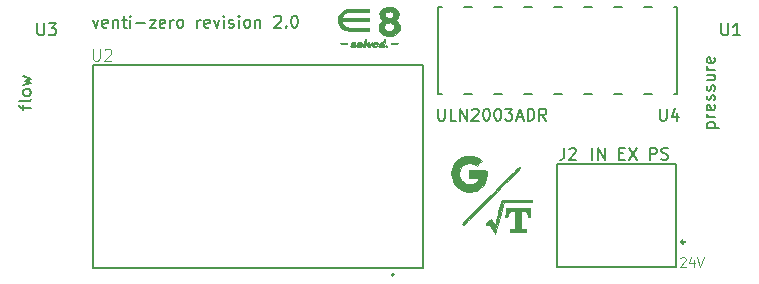
<source format=gbr>
G04 #@! TF.GenerationSoftware,KiCad,Pcbnew,(5.1.6-0-10_14)*
G04 #@! TF.CreationDate,2021-05-11T12:07:35-04:00*
G04 #@! TF.ProjectId,venti-zero,76656e74-692d-47a6-9572-6f2e6b696361,1.0*
G04 #@! TF.SameCoordinates,Original*
G04 #@! TF.FileFunction,Legend,Top*
G04 #@! TF.FilePolarity,Positive*
%FSLAX46Y46*%
G04 Gerber Fmt 4.6, Leading zero omitted, Abs format (unit mm)*
G04 Created by KiCad (PCBNEW (5.1.6-0-10_14)) date 2021-05-11 12:07:35*
%MOMM*%
%LPD*%
G01*
G04 APERTURE LIST*
%ADD10C,0.100000*%
%ADD11C,0.150000*%
%ADD12C,0.010000*%
%ADD13C,0.152400*%
%ADD14C,0.250000*%
%ADD15C,0.200000*%
%ADD16C,0.127000*%
%ADD17C,0.015000*%
G04 APERTURE END LIST*
D10*
X174689619Y-119733095D02*
X174727714Y-119695000D01*
X174803904Y-119656904D01*
X174994380Y-119656904D01*
X175070571Y-119695000D01*
X175108666Y-119733095D01*
X175146761Y-119809285D01*
X175146761Y-119885476D01*
X175108666Y-119999761D01*
X174651523Y-120456904D01*
X175146761Y-120456904D01*
X175832476Y-119923571D02*
X175832476Y-120456904D01*
X175642000Y-119618809D02*
X175451523Y-120190238D01*
X175946761Y-120190238D01*
X176137238Y-119656904D02*
X176403904Y-120456904D01*
X176670571Y-119656904D01*
D11*
X167244523Y-111403380D02*
X167244523Y-110403380D01*
X167720714Y-111403380D02*
X167720714Y-110403380D01*
X168292142Y-111403380D01*
X168292142Y-110403380D01*
X169530238Y-110879571D02*
X169863571Y-110879571D01*
X170006428Y-111403380D02*
X169530238Y-111403380D01*
X169530238Y-110403380D01*
X170006428Y-110403380D01*
X170339761Y-110403380D02*
X171006428Y-111403380D01*
X171006428Y-110403380D02*
X170339761Y-111403380D01*
X172149285Y-111403380D02*
X172149285Y-110403380D01*
X172530238Y-110403380D01*
X172625476Y-110451000D01*
X172673095Y-110498619D01*
X172720714Y-110593857D01*
X172720714Y-110736714D01*
X172673095Y-110831952D01*
X172625476Y-110879571D01*
X172530238Y-110927190D01*
X172149285Y-110927190D01*
X173101666Y-111355761D02*
X173244523Y-111403380D01*
X173482619Y-111403380D01*
X173577857Y-111355761D01*
X173625476Y-111308142D01*
X173673095Y-111212904D01*
X173673095Y-111117666D01*
X173625476Y-111022428D01*
X173577857Y-110974809D01*
X173482619Y-110927190D01*
X173292142Y-110879571D01*
X173196904Y-110831952D01*
X173149285Y-110784333D01*
X173101666Y-110689095D01*
X173101666Y-110593857D01*
X173149285Y-110498619D01*
X173196904Y-110451000D01*
X173292142Y-110403380D01*
X173530238Y-110403380D01*
X173673095Y-110451000D01*
X124955357Y-99560714D02*
X125193452Y-100227380D01*
X125431547Y-99560714D01*
X126193452Y-100179761D02*
X126098214Y-100227380D01*
X125907738Y-100227380D01*
X125812500Y-100179761D01*
X125764880Y-100084523D01*
X125764880Y-99703571D01*
X125812500Y-99608333D01*
X125907738Y-99560714D01*
X126098214Y-99560714D01*
X126193452Y-99608333D01*
X126241071Y-99703571D01*
X126241071Y-99798809D01*
X125764880Y-99894047D01*
X126669642Y-99560714D02*
X126669642Y-100227380D01*
X126669642Y-99655952D02*
X126717261Y-99608333D01*
X126812500Y-99560714D01*
X126955357Y-99560714D01*
X127050595Y-99608333D01*
X127098214Y-99703571D01*
X127098214Y-100227380D01*
X127431547Y-99560714D02*
X127812500Y-99560714D01*
X127574404Y-99227380D02*
X127574404Y-100084523D01*
X127622023Y-100179761D01*
X127717261Y-100227380D01*
X127812500Y-100227380D01*
X128145833Y-100227380D02*
X128145833Y-99560714D01*
X128145833Y-99227380D02*
X128098214Y-99275000D01*
X128145833Y-99322619D01*
X128193452Y-99275000D01*
X128145833Y-99227380D01*
X128145833Y-99322619D01*
X128622023Y-99846428D02*
X129383928Y-99846428D01*
X129764880Y-99560714D02*
X130288690Y-99560714D01*
X129764880Y-100227380D01*
X130288690Y-100227380D01*
X131050595Y-100179761D02*
X130955357Y-100227380D01*
X130764880Y-100227380D01*
X130669642Y-100179761D01*
X130622023Y-100084523D01*
X130622023Y-99703571D01*
X130669642Y-99608333D01*
X130764880Y-99560714D01*
X130955357Y-99560714D01*
X131050595Y-99608333D01*
X131098214Y-99703571D01*
X131098214Y-99798809D01*
X130622023Y-99894047D01*
X131526785Y-100227380D02*
X131526785Y-99560714D01*
X131526785Y-99751190D02*
X131574404Y-99655952D01*
X131622023Y-99608333D01*
X131717261Y-99560714D01*
X131812500Y-99560714D01*
X132288690Y-100227380D02*
X132193452Y-100179761D01*
X132145833Y-100132142D01*
X132098214Y-100036904D01*
X132098214Y-99751190D01*
X132145833Y-99655952D01*
X132193452Y-99608333D01*
X132288690Y-99560714D01*
X132431547Y-99560714D01*
X132526785Y-99608333D01*
X132574404Y-99655952D01*
X132622023Y-99751190D01*
X132622023Y-100036904D01*
X132574404Y-100132142D01*
X132526785Y-100179761D01*
X132431547Y-100227380D01*
X132288690Y-100227380D01*
X133812500Y-100227380D02*
X133812500Y-99560714D01*
X133812500Y-99751190D02*
X133860119Y-99655952D01*
X133907738Y-99608333D01*
X134002976Y-99560714D01*
X134098214Y-99560714D01*
X134812500Y-100179761D02*
X134717261Y-100227380D01*
X134526785Y-100227380D01*
X134431547Y-100179761D01*
X134383928Y-100084523D01*
X134383928Y-99703571D01*
X134431547Y-99608333D01*
X134526785Y-99560714D01*
X134717261Y-99560714D01*
X134812500Y-99608333D01*
X134860119Y-99703571D01*
X134860119Y-99798809D01*
X134383928Y-99894047D01*
X135193452Y-99560714D02*
X135431547Y-100227380D01*
X135669642Y-99560714D01*
X136050595Y-100227380D02*
X136050595Y-99560714D01*
X136050595Y-99227380D02*
X136002976Y-99275000D01*
X136050595Y-99322619D01*
X136098214Y-99275000D01*
X136050595Y-99227380D01*
X136050595Y-99322619D01*
X136479166Y-100179761D02*
X136574404Y-100227380D01*
X136764880Y-100227380D01*
X136860119Y-100179761D01*
X136907738Y-100084523D01*
X136907738Y-100036904D01*
X136860119Y-99941666D01*
X136764880Y-99894047D01*
X136622023Y-99894047D01*
X136526785Y-99846428D01*
X136479166Y-99751190D01*
X136479166Y-99703571D01*
X136526785Y-99608333D01*
X136622023Y-99560714D01*
X136764880Y-99560714D01*
X136860119Y-99608333D01*
X137336309Y-100227380D02*
X137336309Y-99560714D01*
X137336309Y-99227380D02*
X137288690Y-99275000D01*
X137336309Y-99322619D01*
X137383928Y-99275000D01*
X137336309Y-99227380D01*
X137336309Y-99322619D01*
X137955357Y-100227380D02*
X137860119Y-100179761D01*
X137812500Y-100132142D01*
X137764880Y-100036904D01*
X137764880Y-99751190D01*
X137812500Y-99655952D01*
X137860119Y-99608333D01*
X137955357Y-99560714D01*
X138098214Y-99560714D01*
X138193452Y-99608333D01*
X138241071Y-99655952D01*
X138288690Y-99751190D01*
X138288690Y-100036904D01*
X138241071Y-100132142D01*
X138193452Y-100179761D01*
X138098214Y-100227380D01*
X137955357Y-100227380D01*
X138717261Y-99560714D02*
X138717261Y-100227380D01*
X138717261Y-99655952D02*
X138764880Y-99608333D01*
X138860119Y-99560714D01*
X139002976Y-99560714D01*
X139098214Y-99608333D01*
X139145833Y-99703571D01*
X139145833Y-100227380D01*
X140336309Y-99322619D02*
X140383928Y-99275000D01*
X140479166Y-99227380D01*
X140717261Y-99227380D01*
X140812500Y-99275000D01*
X140860119Y-99322619D01*
X140907738Y-99417857D01*
X140907738Y-99513095D01*
X140860119Y-99655952D01*
X140288690Y-100227380D01*
X140907738Y-100227380D01*
X141336309Y-100132142D02*
X141383928Y-100179761D01*
X141336309Y-100227380D01*
X141288690Y-100179761D01*
X141336309Y-100132142D01*
X141336309Y-100227380D01*
X142002976Y-99227380D02*
X142098214Y-99227380D01*
X142193452Y-99275000D01*
X142241071Y-99322619D01*
X142288690Y-99417857D01*
X142336309Y-99608333D01*
X142336309Y-99846428D01*
X142288690Y-100036904D01*
X142241071Y-100132142D01*
X142193452Y-100179761D01*
X142098214Y-100227380D01*
X142002976Y-100227380D01*
X141907738Y-100179761D01*
X141860119Y-100132142D01*
X141812500Y-100036904D01*
X141764880Y-99846428D01*
X141764880Y-99608333D01*
X141812500Y-99417857D01*
X141860119Y-99322619D01*
X141907738Y-99275000D01*
X142002976Y-99227380D01*
D12*
G36*
X162180000Y-115015000D02*
G01*
X159770280Y-115015000D01*
X159711787Y-115216083D01*
X159685130Y-115310083D01*
X159639741Y-115472767D01*
X159579212Y-115691150D01*
X159507135Y-115952244D01*
X159427101Y-116243065D01*
X159342987Y-116549583D01*
X159261079Y-116844361D01*
X159184936Y-117110559D01*
X159117710Y-117337773D01*
X159062555Y-117515599D01*
X159022622Y-117633633D01*
X159001062Y-117681469D01*
X158999911Y-117682000D01*
X158969782Y-117646044D01*
X158913279Y-117548593D01*
X158838969Y-117405274D01*
X158769170Y-117261119D01*
X158682160Y-117077628D01*
X158621717Y-116959495D01*
X158578386Y-116895462D01*
X158542711Y-116874265D01*
X158505236Y-116884645D01*
X158470927Y-116905940D01*
X158366226Y-116947305D01*
X158282325Y-116934318D01*
X158243481Y-116871719D01*
X158243000Y-116861429D01*
X158273570Y-116810631D01*
X158351176Y-116728241D01*
X158454659Y-116632846D01*
X158562860Y-116543035D01*
X158654619Y-116477395D01*
X158706412Y-116454333D01*
X158737860Y-116489565D01*
X158792436Y-116581942D01*
X158858337Y-116711481D01*
X158858482Y-116711784D01*
X158921855Y-116831558D01*
X158972633Y-116904083D01*
X159000424Y-116914718D01*
X159001206Y-116912867D01*
X159017607Y-116857898D01*
X159053331Y-116733112D01*
X159105058Y-116550278D01*
X159169469Y-116321161D01*
X159243244Y-116057528D01*
X159303762Y-115840500D01*
X159586644Y-114824500D01*
X160883322Y-114813304D01*
X162180000Y-114802109D01*
X162180000Y-115015000D01*
G37*
X162180000Y-115015000D02*
X159770280Y-115015000D01*
X159711787Y-115216083D01*
X159685130Y-115310083D01*
X159639741Y-115472767D01*
X159579212Y-115691150D01*
X159507135Y-115952244D01*
X159427101Y-116243065D01*
X159342987Y-116549583D01*
X159261079Y-116844361D01*
X159184936Y-117110559D01*
X159117710Y-117337773D01*
X159062555Y-117515599D01*
X159022622Y-117633633D01*
X159001062Y-117681469D01*
X158999911Y-117682000D01*
X158969782Y-117646044D01*
X158913279Y-117548593D01*
X158838969Y-117405274D01*
X158769170Y-117261119D01*
X158682160Y-117077628D01*
X158621717Y-116959495D01*
X158578386Y-116895462D01*
X158542711Y-116874265D01*
X158505236Y-116884645D01*
X158470927Y-116905940D01*
X158366226Y-116947305D01*
X158282325Y-116934318D01*
X158243481Y-116871719D01*
X158243000Y-116861429D01*
X158273570Y-116810631D01*
X158351176Y-116728241D01*
X158454659Y-116632846D01*
X158562860Y-116543035D01*
X158654619Y-116477395D01*
X158706412Y-116454333D01*
X158737860Y-116489565D01*
X158792436Y-116581942D01*
X158858337Y-116711481D01*
X158858482Y-116711784D01*
X158921855Y-116831558D01*
X158972633Y-116904083D01*
X159000424Y-116914718D01*
X159001206Y-116912867D01*
X159017607Y-116857898D01*
X159053331Y-116733112D01*
X159105058Y-116550278D01*
X159169469Y-116321161D01*
X159243244Y-116057528D01*
X159303762Y-115840500D01*
X159586644Y-114824500D01*
X160883322Y-114813304D01*
X162180000Y-114802109D01*
X162180000Y-115015000D01*
G36*
X161286526Y-115481792D02*
G01*
X161540156Y-115485452D01*
X161724955Y-115492068D01*
X161848826Y-115502064D01*
X161919673Y-115515861D01*
X161945312Y-115533583D01*
X161956192Y-115598424D01*
X161970366Y-115723893D01*
X161985231Y-115886158D01*
X161989226Y-115935750D01*
X162016485Y-116285000D01*
X161908242Y-116285000D01*
X161837521Y-116273954D01*
X161798341Y-116225594D01*
X161773171Y-116117088D01*
X161771526Y-116106935D01*
X161709476Y-115917261D01*
X161595986Y-115793351D01*
X161433683Y-115737689D01*
X161377590Y-115734666D01*
X161206333Y-115734666D01*
X161206333Y-117301000D01*
X161418000Y-117301000D01*
X161543622Y-117304431D01*
X161606291Y-117321942D01*
X161627661Y-117364359D01*
X161629666Y-117406833D01*
X161629666Y-117512666D01*
X160275000Y-117512666D01*
X160275000Y-117406833D01*
X160281862Y-117344022D01*
X160316885Y-117312687D01*
X160401719Y-117302002D01*
X160486666Y-117301000D01*
X160698333Y-117301000D01*
X160698333Y-115734666D01*
X160534709Y-115734666D01*
X160348820Y-115768369D01*
X160215566Y-115868127D01*
X160137252Y-116031913D01*
X160124445Y-116095670D01*
X160100879Y-116213556D01*
X160066577Y-116269165D01*
X160005748Y-116284733D01*
X159990019Y-116285000D01*
X159883985Y-116285000D01*
X159914571Y-115914583D01*
X159930385Y-115744700D01*
X159946449Y-115607896D01*
X159960123Y-115525498D01*
X159964410Y-115512416D01*
X160010436Y-115503362D01*
X160128988Y-115495313D01*
X160307927Y-115488658D01*
X160535115Y-115483786D01*
X160798413Y-115481085D01*
X160956160Y-115480666D01*
X161286526Y-115481792D01*
G37*
X161286526Y-115481792D02*
X161540156Y-115485452D01*
X161724955Y-115492068D01*
X161848826Y-115502064D01*
X161919673Y-115515861D01*
X161945312Y-115533583D01*
X161956192Y-115598424D01*
X161970366Y-115723893D01*
X161985231Y-115886158D01*
X161989226Y-115935750D01*
X162016485Y-116285000D01*
X161908242Y-116285000D01*
X161837521Y-116273954D01*
X161798341Y-116225594D01*
X161773171Y-116117088D01*
X161771526Y-116106935D01*
X161709476Y-115917261D01*
X161595986Y-115793351D01*
X161433683Y-115737689D01*
X161377590Y-115734666D01*
X161206333Y-115734666D01*
X161206333Y-117301000D01*
X161418000Y-117301000D01*
X161543622Y-117304431D01*
X161606291Y-117321942D01*
X161627661Y-117364359D01*
X161629666Y-117406833D01*
X161629666Y-117512666D01*
X160275000Y-117512666D01*
X160275000Y-117406833D01*
X160281862Y-117344022D01*
X160316885Y-117312687D01*
X160401719Y-117302002D01*
X160486666Y-117301000D01*
X160698333Y-117301000D01*
X160698333Y-115734666D01*
X160534709Y-115734666D01*
X160348820Y-115768369D01*
X160215566Y-115868127D01*
X160137252Y-116031913D01*
X160124445Y-116095670D01*
X160100879Y-116213556D01*
X160066577Y-116269165D01*
X160005748Y-116284733D01*
X159990019Y-116285000D01*
X159883985Y-116285000D01*
X159914571Y-115914583D01*
X159930385Y-115744700D01*
X159946449Y-115607896D01*
X159960123Y-115525498D01*
X159964410Y-115512416D01*
X160010436Y-115503362D01*
X160128988Y-115495313D01*
X160307927Y-115488658D01*
X160535115Y-115483786D01*
X160798413Y-115481085D01*
X160956160Y-115480666D01*
X161286526Y-115481792D01*
G36*
X161138549Y-112011319D02*
G01*
X161151858Y-112021382D01*
X161162971Y-112036953D01*
X161165376Y-112057823D01*
X161155372Y-112087928D01*
X161129257Y-112131200D01*
X161083329Y-112191575D01*
X161013888Y-112272987D01*
X160917231Y-112379369D01*
X160789656Y-112514657D01*
X160627462Y-112682785D01*
X160426947Y-112887686D01*
X160184410Y-113133296D01*
X159896149Y-113423547D01*
X159558463Y-113762376D01*
X159167649Y-114153715D01*
X158792646Y-114528853D01*
X158416247Y-114904974D01*
X158057012Y-115263320D01*
X157719442Y-115599438D01*
X157408039Y-115908875D01*
X157127305Y-116187178D01*
X156881740Y-116429893D01*
X156675848Y-116632567D01*
X156514130Y-116790746D01*
X156401087Y-116899977D01*
X156341221Y-116955807D01*
X156332738Y-116962333D01*
X156287096Y-116933746D01*
X156250905Y-116895907D01*
X156246853Y-116877825D01*
X156258487Y-116846858D01*
X156289388Y-116799241D01*
X156343135Y-116731214D01*
X156423309Y-116639011D01*
X156533492Y-116518871D01*
X156677264Y-116367030D01*
X156858204Y-116179725D01*
X157079895Y-115953193D01*
X157345916Y-115683671D01*
X157659849Y-115367396D01*
X158025273Y-115000606D01*
X158445770Y-114579536D01*
X158636821Y-114388436D01*
X159076389Y-113949003D01*
X159460113Y-113565838D01*
X159791920Y-113235246D01*
X160075738Y-112953529D01*
X160315494Y-112716992D01*
X160515115Y-112521937D01*
X160678530Y-112364669D01*
X160809665Y-112241491D01*
X160912449Y-112148707D01*
X160990808Y-112082621D01*
X161048670Y-112039535D01*
X161089962Y-112015753D01*
X161118613Y-112007580D01*
X161138549Y-112011319D01*
G37*
X161138549Y-112011319D02*
X161151858Y-112021382D01*
X161162971Y-112036953D01*
X161165376Y-112057823D01*
X161155372Y-112087928D01*
X161129257Y-112131200D01*
X161083329Y-112191575D01*
X161013888Y-112272987D01*
X160917231Y-112379369D01*
X160789656Y-112514657D01*
X160627462Y-112682785D01*
X160426947Y-112887686D01*
X160184410Y-113133296D01*
X159896149Y-113423547D01*
X159558463Y-113762376D01*
X159167649Y-114153715D01*
X158792646Y-114528853D01*
X158416247Y-114904974D01*
X158057012Y-115263320D01*
X157719442Y-115599438D01*
X157408039Y-115908875D01*
X157127305Y-116187178D01*
X156881740Y-116429893D01*
X156675848Y-116632567D01*
X156514130Y-116790746D01*
X156401087Y-116899977D01*
X156341221Y-116955807D01*
X156332738Y-116962333D01*
X156287096Y-116933746D01*
X156250905Y-116895907D01*
X156246853Y-116877825D01*
X156258487Y-116846858D01*
X156289388Y-116799241D01*
X156343135Y-116731214D01*
X156423309Y-116639011D01*
X156533492Y-116518871D01*
X156677264Y-116367030D01*
X156858204Y-116179725D01*
X157079895Y-115953193D01*
X157345916Y-115683671D01*
X157659849Y-115367396D01*
X158025273Y-115000606D01*
X158445770Y-114579536D01*
X158636821Y-114388436D01*
X159076389Y-113949003D01*
X159460113Y-113565838D01*
X159791920Y-113235246D01*
X160075738Y-112953529D01*
X160315494Y-112716992D01*
X160515115Y-112521937D01*
X160678530Y-112364669D01*
X160809665Y-112241491D01*
X160912449Y-112148707D01*
X160990808Y-112082621D01*
X161048670Y-112039535D01*
X161089962Y-112015753D01*
X161118613Y-112007580D01*
X161138549Y-112011319D01*
G36*
X157126126Y-111096950D02*
G01*
X157417951Y-111163511D01*
X157668031Y-111289351D01*
X157768156Y-111364495D01*
X157907145Y-111480281D01*
X157679704Y-111704897D01*
X157452262Y-111929513D01*
X157244381Y-111817834D01*
X157096829Y-111749347D01*
X156964252Y-111720927D01*
X156798678Y-111722484D01*
X156792863Y-111722877D01*
X156538384Y-111776874D01*
X156327425Y-111892409D01*
X156163415Y-112056451D01*
X156049781Y-112255966D01*
X155989951Y-112477920D01*
X155987352Y-112709282D01*
X156045411Y-112937018D01*
X156167557Y-113148095D01*
X156357218Y-113329480D01*
X156368266Y-113337347D01*
X156584276Y-113443559D01*
X156820082Y-113483921D01*
X157056947Y-113461993D01*
X157276135Y-113381333D01*
X157458910Y-113245499D01*
X157560037Y-113110965D01*
X157655750Y-112940666D01*
X156846000Y-112940666D01*
X156846000Y-112305666D01*
X157561137Y-112305666D01*
X157833035Y-112305680D01*
X158031732Y-112309041D01*
X158168677Y-112320725D01*
X158255319Y-112345711D01*
X158303108Y-112388975D01*
X158323494Y-112455496D01*
X158327926Y-112550251D01*
X158327666Y-112638901D01*
X158289780Y-112997153D01*
X158179930Y-113324610D01*
X158003825Y-113611414D01*
X157767176Y-113847708D01*
X157544825Y-113990306D01*
X157422586Y-114045798D01*
X157299230Y-114080944D01*
X157147251Y-114101208D01*
X156939140Y-114112057D01*
X156930666Y-114112328D01*
X156660222Y-114111235D01*
X156447973Y-114090155D01*
X156351723Y-114067400D01*
X156057266Y-113929538D01*
X155791499Y-113724680D01*
X155572218Y-113469797D01*
X155417218Y-113181856D01*
X155413845Y-113173138D01*
X155339677Y-112881762D01*
X155319694Y-112559963D01*
X155353875Y-112242358D01*
X155414527Y-112029077D01*
X155550143Y-111772607D01*
X155746267Y-111530100D01*
X155979526Y-111327015D01*
X156158249Y-111219053D01*
X156303194Y-111156585D01*
X156446459Y-111117663D01*
X156619772Y-111095506D01*
X156780129Y-111086165D01*
X157126126Y-111096950D01*
G37*
X157126126Y-111096950D02*
X157417951Y-111163511D01*
X157668031Y-111289351D01*
X157768156Y-111364495D01*
X157907145Y-111480281D01*
X157679704Y-111704897D01*
X157452262Y-111929513D01*
X157244381Y-111817834D01*
X157096829Y-111749347D01*
X156964252Y-111720927D01*
X156798678Y-111722484D01*
X156792863Y-111722877D01*
X156538384Y-111776874D01*
X156327425Y-111892409D01*
X156163415Y-112056451D01*
X156049781Y-112255966D01*
X155989951Y-112477920D01*
X155987352Y-112709282D01*
X156045411Y-112937018D01*
X156167557Y-113148095D01*
X156357218Y-113329480D01*
X156368266Y-113337347D01*
X156584276Y-113443559D01*
X156820082Y-113483921D01*
X157056947Y-113461993D01*
X157276135Y-113381333D01*
X157458910Y-113245499D01*
X157560037Y-113110965D01*
X157655750Y-112940666D01*
X156846000Y-112940666D01*
X156846000Y-112305666D01*
X157561137Y-112305666D01*
X157833035Y-112305680D01*
X158031732Y-112309041D01*
X158168677Y-112320725D01*
X158255319Y-112345711D01*
X158303108Y-112388975D01*
X158323494Y-112455496D01*
X158327926Y-112550251D01*
X158327666Y-112638901D01*
X158289780Y-112997153D01*
X158179930Y-113324610D01*
X158003825Y-113611414D01*
X157767176Y-113847708D01*
X157544825Y-113990306D01*
X157422586Y-114045798D01*
X157299230Y-114080944D01*
X157147251Y-114101208D01*
X156939140Y-114112057D01*
X156930666Y-114112328D01*
X156660222Y-114111235D01*
X156447973Y-114090155D01*
X156351723Y-114067400D01*
X156057266Y-113929538D01*
X155791499Y-113724680D01*
X155572218Y-113469797D01*
X155417218Y-113181856D01*
X155413845Y-113173138D01*
X155339677Y-112881762D01*
X155319694Y-112559963D01*
X155353875Y-112242358D01*
X155414527Y-112029077D01*
X155550143Y-111772607D01*
X155746267Y-111530100D01*
X155979526Y-111327015D01*
X156158249Y-111219053D01*
X156303194Y-111156585D01*
X156446459Y-111117663D01*
X156619772Y-111095506D01*
X156780129Y-111086165D01*
X157126126Y-111096950D01*
G36*
X147160485Y-101483888D02*
G01*
X147194000Y-101531833D01*
X147171829Y-101589477D01*
X147113103Y-101576287D01*
X147075467Y-101544533D01*
X147034197Y-101518702D01*
X147024667Y-101560762D01*
X147060311Y-101623868D01*
X147112682Y-101650808D01*
X147180071Y-101696361D01*
X147186765Y-101772162D01*
X147162809Y-101838005D01*
X147099185Y-101870705D01*
X147001964Y-101883075D01*
X146886964Y-101884169D01*
X146810834Y-101871415D01*
X146800881Y-101865436D01*
X146769114Y-101805660D01*
X146809275Y-101774885D01*
X146897667Y-101779483D01*
X146995137Y-101784668D01*
X147021857Y-101759688D01*
X146972747Y-101722428D01*
X146918833Y-101704949D01*
X146831659Y-101659539D01*
X146812656Y-101596733D01*
X146852395Y-101533001D01*
X146941449Y-101484809D01*
X147054300Y-101468333D01*
X147160485Y-101483888D01*
G37*
X147160485Y-101483888D02*
X147194000Y-101531833D01*
X147171829Y-101589477D01*
X147113103Y-101576287D01*
X147075467Y-101544533D01*
X147034197Y-101518702D01*
X147024667Y-101560762D01*
X147060311Y-101623868D01*
X147112682Y-101650808D01*
X147180071Y-101696361D01*
X147186765Y-101772162D01*
X147162809Y-101838005D01*
X147099185Y-101870705D01*
X147001964Y-101883075D01*
X146886964Y-101884169D01*
X146810834Y-101871415D01*
X146800881Y-101865436D01*
X146769114Y-101805660D01*
X146809275Y-101774885D01*
X146897667Y-101779483D01*
X146995137Y-101784668D01*
X147021857Y-101759688D01*
X146972747Y-101722428D01*
X146918833Y-101704949D01*
X146831659Y-101659539D01*
X146812656Y-101596733D01*
X146852395Y-101533001D01*
X146941449Y-101484809D01*
X147054300Y-101468333D01*
X147160485Y-101483888D01*
G36*
X147711731Y-101515728D02*
G01*
X147775242Y-101596835D01*
X147763425Y-101711756D01*
X147743003Y-101754448D01*
X147662512Y-101845964D01*
X147539483Y-101882252D01*
X147531155Y-101883018D01*
X147416729Y-101877320D01*
X147335653Y-101846627D01*
X147331402Y-101842802D01*
X147277553Y-101742021D01*
X147449468Y-101742021D01*
X147467852Y-101793493D01*
X147500917Y-101796684D01*
X147539599Y-101746790D01*
X147563881Y-101647954D01*
X147565163Y-101634406D01*
X147569751Y-101541561D01*
X147556672Y-101522239D01*
X147516900Y-101565739D01*
X147512246Y-101571674D01*
X147464715Y-101659157D01*
X147449468Y-101742021D01*
X147277553Y-101742021D01*
X147277089Y-101741154D01*
X147290704Y-101634541D01*
X147359136Y-101542517D01*
X147469273Y-101484640D01*
X147577354Y-101475939D01*
X147711731Y-101515728D01*
G37*
X147711731Y-101515728D02*
X147775242Y-101596835D01*
X147763425Y-101711756D01*
X147743003Y-101754448D01*
X147662512Y-101845964D01*
X147539483Y-101882252D01*
X147531155Y-101883018D01*
X147416729Y-101877320D01*
X147335653Y-101846627D01*
X147331402Y-101842802D01*
X147277553Y-101742021D01*
X147449468Y-101742021D01*
X147467852Y-101793493D01*
X147500917Y-101796684D01*
X147539599Y-101746790D01*
X147563881Y-101647954D01*
X147565163Y-101634406D01*
X147569751Y-101541561D01*
X147556672Y-101522239D01*
X147516900Y-101565739D01*
X147512246Y-101571674D01*
X147464715Y-101659157D01*
X147449468Y-101742021D01*
X147277553Y-101742021D01*
X147277089Y-101741154D01*
X147290704Y-101634541D01*
X147359136Y-101542517D01*
X147469273Y-101484640D01*
X147577354Y-101475939D01*
X147711731Y-101515728D01*
G36*
X148100062Y-101223699D02*
G01*
X148117737Y-101266657D01*
X148108880Y-101365493D01*
X148104479Y-101394250D01*
X148064305Y-101618528D01*
X148024336Y-101768856D01*
X147980468Y-101855839D01*
X147928598Y-101890084D01*
X147912035Y-101891667D01*
X147844102Y-101875819D01*
X147829000Y-101854526D01*
X147837773Y-101797496D01*
X147860889Y-101681900D01*
X147893540Y-101531643D01*
X147897093Y-101515859D01*
X147937032Y-101356001D01*
X147972474Y-101263475D01*
X148011667Y-101221911D01*
X148048981Y-101214333D01*
X148100062Y-101223699D01*
G37*
X148100062Y-101223699D02*
X148117737Y-101266657D01*
X148108880Y-101365493D01*
X148104479Y-101394250D01*
X148064305Y-101618528D01*
X148024336Y-101768856D01*
X147980468Y-101855839D01*
X147928598Y-101890084D01*
X147912035Y-101891667D01*
X147844102Y-101875819D01*
X147829000Y-101854526D01*
X147837773Y-101797496D01*
X147860889Y-101681900D01*
X147893540Y-101531643D01*
X147897093Y-101515859D01*
X147937032Y-101356001D01*
X147972474Y-101263475D01*
X148011667Y-101221911D01*
X148048981Y-101214333D01*
X148100062Y-101223699D01*
G36*
X148344834Y-101483463D02*
G01*
X148378596Y-101545200D01*
X148387339Y-101605917D01*
X148400709Y-101743500D01*
X148475775Y-101605917D01*
X148543625Y-101500119D01*
X148584820Y-101468539D01*
X148593954Y-101503435D01*
X148565625Y-101597069D01*
X148527500Y-101680000D01*
X148452742Y-101809630D01*
X148387405Y-101874746D01*
X148320057Y-101891667D01*
X148228195Y-101859661D01*
X148194349Y-101796417D01*
X148174183Y-101677996D01*
X148168245Y-101584750D01*
X148181873Y-101498842D01*
X148238766Y-101469754D01*
X148270818Y-101468333D01*
X148344834Y-101483463D01*
G37*
X148344834Y-101483463D02*
X148378596Y-101545200D01*
X148387339Y-101605917D01*
X148400709Y-101743500D01*
X148475775Y-101605917D01*
X148543625Y-101500119D01*
X148584820Y-101468539D01*
X148593954Y-101503435D01*
X148565625Y-101597069D01*
X148527500Y-101680000D01*
X148452742Y-101809630D01*
X148387405Y-101874746D01*
X148320057Y-101891667D01*
X148228195Y-101859661D01*
X148194349Y-101796417D01*
X148174183Y-101677996D01*
X148168245Y-101584750D01*
X148181873Y-101498842D01*
X148238766Y-101469754D01*
X148270818Y-101468333D01*
X148344834Y-101483463D01*
G36*
X149036219Y-101480082D02*
G01*
X149108277Y-101521951D01*
X149115775Y-101535653D01*
X149121692Y-101628453D01*
X149057475Y-101675837D01*
X149015798Y-101680000D01*
X148958695Y-101658512D01*
X148959734Y-101595333D01*
X148960954Y-101525704D01*
X148926333Y-101514281D01*
X148877057Y-101556690D01*
X148843952Y-101619256D01*
X148808315Y-101732872D01*
X148821652Y-101785553D01*
X148894483Y-101791793D01*
X148961417Y-101781111D01*
X149060681Y-101765549D01*
X149091660Y-101774432D01*
X149068640Y-101813497D01*
X149062066Y-101821526D01*
X148974118Y-101872883D01*
X148850614Y-101890125D01*
X148733851Y-101871089D01*
X148684133Y-101840867D01*
X148637243Y-101741014D01*
X148652298Y-101623769D01*
X148710750Y-101538394D01*
X148805452Y-101488520D01*
X148924609Y-101469010D01*
X149036219Y-101480082D01*
G37*
X149036219Y-101480082D02*
X149108277Y-101521951D01*
X149115775Y-101535653D01*
X149121692Y-101628453D01*
X149057475Y-101675837D01*
X149015798Y-101680000D01*
X148958695Y-101658512D01*
X148959734Y-101595333D01*
X148960954Y-101525704D01*
X148926333Y-101514281D01*
X148877057Y-101556690D01*
X148843952Y-101619256D01*
X148808315Y-101732872D01*
X148821652Y-101785553D01*
X148894483Y-101791793D01*
X148961417Y-101781111D01*
X149060681Y-101765549D01*
X149091660Y-101774432D01*
X149068640Y-101813497D01*
X149062066Y-101821526D01*
X148974118Y-101872883D01*
X148850614Y-101890125D01*
X148733851Y-101871089D01*
X148684133Y-101840867D01*
X148637243Y-101741014D01*
X148652298Y-101623769D01*
X148710750Y-101538394D01*
X148805452Y-101488520D01*
X148924609Y-101469010D01*
X149036219Y-101480082D01*
G36*
X149695121Y-101215324D02*
G01*
X149719773Y-101227918D01*
X149727809Y-101266546D01*
X149719267Y-101345641D01*
X149694186Y-101479635D01*
X149655040Y-101671095D01*
X149622481Y-101806874D01*
X149589019Y-101874111D01*
X149543055Y-101888252D01*
X149500970Y-101876282D01*
X149458014Y-101838203D01*
X149453114Y-101756731D01*
X149462543Y-101696281D01*
X149475307Y-101595401D01*
X149459220Y-101559295D01*
X149432815Y-101562539D01*
X149390533Y-101619727D01*
X149378995Y-101737310D01*
X149372945Y-101843553D01*
X149339810Y-101887124D01*
X149310095Y-101891667D01*
X149222532Y-101861154D01*
X149181979Y-101826133D01*
X149152016Y-101766632D01*
X149165031Y-101689007D01*
X149197277Y-101614466D01*
X149260385Y-101512951D01*
X149336038Y-101472518D01*
X149389357Y-101468333D01*
X149480545Y-101453537D01*
X149524571Y-101391857D01*
X149537150Y-101341333D01*
X149574695Y-101245439D01*
X149644684Y-101214548D01*
X149653814Y-101214333D01*
X149695121Y-101215324D01*
G37*
X149695121Y-101215324D02*
X149719773Y-101227918D01*
X149727809Y-101266546D01*
X149719267Y-101345641D01*
X149694186Y-101479635D01*
X149655040Y-101671095D01*
X149622481Y-101806874D01*
X149589019Y-101874111D01*
X149543055Y-101888252D01*
X149500970Y-101876282D01*
X149458014Y-101838203D01*
X149453114Y-101756731D01*
X149462543Y-101696281D01*
X149475307Y-101595401D01*
X149459220Y-101559295D01*
X149432815Y-101562539D01*
X149390533Y-101619727D01*
X149378995Y-101737310D01*
X149372945Y-101843553D01*
X149339810Y-101887124D01*
X149310095Y-101891667D01*
X149222532Y-101861154D01*
X149181979Y-101826133D01*
X149152016Y-101766632D01*
X149165031Y-101689007D01*
X149197277Y-101614466D01*
X149260385Y-101512951D01*
X149336038Y-101472518D01*
X149389357Y-101468333D01*
X149480545Y-101453537D01*
X149524571Y-101391857D01*
X149537150Y-101341333D01*
X149574695Y-101245439D01*
X149644684Y-101214548D01*
X149653814Y-101214333D01*
X149695121Y-101215324D01*
G36*
X149884494Y-101748941D02*
G01*
X149894811Y-101806940D01*
X149855595Y-101863594D01*
X149807597Y-101883701D01*
X149747340Y-101868103D01*
X149734000Y-101810104D01*
X149761891Y-101737729D01*
X149821771Y-101722333D01*
X149884494Y-101748941D01*
G37*
X149884494Y-101748941D02*
X149894811Y-101806940D01*
X149855595Y-101863594D01*
X149807597Y-101883701D01*
X149747340Y-101868103D01*
X149734000Y-101810104D01*
X149761891Y-101737729D01*
X149821771Y-101722333D01*
X149884494Y-101748941D01*
G36*
X146361264Y-101560052D02*
G01*
X146444129Y-101564177D01*
X146492970Y-101570109D01*
X146464881Y-101574962D01*
X146367599Y-101578253D01*
X146208858Y-101579498D01*
X146199167Y-101579498D01*
X146040009Y-101578264D01*
X145944434Y-101575024D01*
X145919303Y-101570259D01*
X145971477Y-101564453D01*
X145978462Y-101564003D01*
X146165196Y-101557974D01*
X146361264Y-101560052D01*
G37*
X146361264Y-101560052D02*
X146444129Y-101564177D01*
X146492970Y-101570109D01*
X146464881Y-101574962D01*
X146367599Y-101578253D01*
X146208858Y-101579498D01*
X146199167Y-101579498D01*
X146040009Y-101578264D01*
X145944434Y-101575024D01*
X145919303Y-101570259D01*
X145971477Y-101564453D01*
X145978462Y-101564003D01*
X146165196Y-101557974D01*
X146361264Y-101560052D01*
G36*
X150636930Y-101560052D02*
G01*
X150719796Y-101564177D01*
X150768636Y-101570109D01*
X150740548Y-101574962D01*
X150643265Y-101578253D01*
X150484524Y-101579498D01*
X150474833Y-101579498D01*
X150315675Y-101578264D01*
X150220100Y-101575024D01*
X150194969Y-101570259D01*
X150247144Y-101564453D01*
X150254129Y-101564003D01*
X150440862Y-101557974D01*
X150636930Y-101560052D01*
G37*
X150636930Y-101560052D02*
X150719796Y-101564177D01*
X150768636Y-101570109D01*
X150740548Y-101574962D01*
X150643265Y-101578253D01*
X150484524Y-101579498D01*
X150474833Y-101579498D01*
X150315675Y-101578264D01*
X150220100Y-101575024D01*
X150194969Y-101570259D01*
X150247144Y-101564453D01*
X150254129Y-101564003D01*
X150440862Y-101557974D01*
X150636930Y-101560052D01*
G36*
X150311861Y-98490879D02*
G01*
X150532177Y-98572496D01*
X150706760Y-98697826D01*
X150744886Y-98740947D01*
X150832027Y-98906682D01*
X150862777Y-99092769D01*
X150839201Y-99275047D01*
X150763368Y-99429353D01*
X150679209Y-99508503D01*
X150573640Y-99577674D01*
X150704197Y-99699690D01*
X150865686Y-99896615D01*
X150946893Y-100105737D01*
X150946936Y-100319072D01*
X150864931Y-100528638D01*
X150805306Y-100614245D01*
X150617489Y-100786243D01*
X150383217Y-100903257D01*
X150124437Y-100960200D01*
X149863095Y-100951984D01*
X149642169Y-100883885D01*
X149435329Y-100758244D01*
X149286735Y-100596778D01*
X149221495Y-100485770D01*
X149150790Y-100266968D01*
X149161868Y-100091136D01*
X149617312Y-100091136D01*
X149626943Y-100245511D01*
X149712513Y-100393988D01*
X149730743Y-100413256D01*
X149887497Y-100515884D01*
X150064758Y-100544380D01*
X150242078Y-100498714D01*
X150364523Y-100414182D01*
X150462145Y-100280011D01*
X150487655Y-100141901D01*
X150452168Y-100011452D01*
X150366799Y-99900263D01*
X150242667Y-99819931D01*
X150090885Y-99782057D01*
X149922571Y-99798239D01*
X149814746Y-99840527D01*
X149680840Y-99949821D01*
X149617312Y-100091136D01*
X149161868Y-100091136D01*
X149164187Y-100054341D01*
X149261225Y-99849872D01*
X149407400Y-99685543D01*
X149484985Y-99608151D01*
X149502640Y-99565257D01*
X149467448Y-99539615D01*
X149467357Y-99539580D01*
X149379882Y-99470006D01*
X149299395Y-99347654D01*
X149242776Y-99203833D01*
X149233841Y-99144219D01*
X149691663Y-99144219D01*
X149727660Y-99265146D01*
X149803209Y-99348594D01*
X149925460Y-99411715D01*
X150051500Y-99436333D01*
X150184142Y-99409383D01*
X150299791Y-99348594D01*
X150393707Y-99234569D01*
X150412961Y-99112897D01*
X150364311Y-98999153D01*
X150254515Y-98908907D01*
X150090333Y-98857733D01*
X150086536Y-98857215D01*
X149926247Y-98866059D01*
X149800585Y-98927975D01*
X149719181Y-99026261D01*
X149691663Y-99144219D01*
X149233841Y-99144219D01*
X149226000Y-99091913D01*
X149263335Y-98922977D01*
X149363434Y-98753731D01*
X149508437Y-98609712D01*
X149606754Y-98547458D01*
X149826125Y-98474446D01*
X150068835Y-98456891D01*
X150311861Y-98490879D01*
G37*
X150311861Y-98490879D02*
X150532177Y-98572496D01*
X150706760Y-98697826D01*
X150744886Y-98740947D01*
X150832027Y-98906682D01*
X150862777Y-99092769D01*
X150839201Y-99275047D01*
X150763368Y-99429353D01*
X150679209Y-99508503D01*
X150573640Y-99577674D01*
X150704197Y-99699690D01*
X150865686Y-99896615D01*
X150946893Y-100105737D01*
X150946936Y-100319072D01*
X150864931Y-100528638D01*
X150805306Y-100614245D01*
X150617489Y-100786243D01*
X150383217Y-100903257D01*
X150124437Y-100960200D01*
X149863095Y-100951984D01*
X149642169Y-100883885D01*
X149435329Y-100758244D01*
X149286735Y-100596778D01*
X149221495Y-100485770D01*
X149150790Y-100266968D01*
X149161868Y-100091136D01*
X149617312Y-100091136D01*
X149626943Y-100245511D01*
X149712513Y-100393988D01*
X149730743Y-100413256D01*
X149887497Y-100515884D01*
X150064758Y-100544380D01*
X150242078Y-100498714D01*
X150364523Y-100414182D01*
X150462145Y-100280011D01*
X150487655Y-100141901D01*
X150452168Y-100011452D01*
X150366799Y-99900263D01*
X150242667Y-99819931D01*
X150090885Y-99782057D01*
X149922571Y-99798239D01*
X149814746Y-99840527D01*
X149680840Y-99949821D01*
X149617312Y-100091136D01*
X149161868Y-100091136D01*
X149164187Y-100054341D01*
X149261225Y-99849872D01*
X149407400Y-99685543D01*
X149484985Y-99608151D01*
X149502640Y-99565257D01*
X149467448Y-99539615D01*
X149467357Y-99539580D01*
X149379882Y-99470006D01*
X149299395Y-99347654D01*
X149242776Y-99203833D01*
X149233841Y-99144219D01*
X149691663Y-99144219D01*
X149727660Y-99265146D01*
X149803209Y-99348594D01*
X149925460Y-99411715D01*
X150051500Y-99436333D01*
X150184142Y-99409383D01*
X150299791Y-99348594D01*
X150393707Y-99234569D01*
X150412961Y-99112897D01*
X150364311Y-98999153D01*
X150254515Y-98908907D01*
X150090333Y-98857733D01*
X150086536Y-98857215D01*
X149926247Y-98866059D01*
X149800585Y-98927975D01*
X149719181Y-99026261D01*
X149691663Y-99144219D01*
X149233841Y-99144219D01*
X149226000Y-99091913D01*
X149263335Y-98922977D01*
X149363434Y-98753731D01*
X149508437Y-98609712D01*
X149606754Y-98547458D01*
X149826125Y-98474446D01*
X150068835Y-98456891D01*
X150311861Y-98490879D01*
G36*
X148337000Y-98881497D02*
G01*
X147391846Y-98894332D01*
X147085083Y-98898779D01*
X146850908Y-98903559D01*
X146677248Y-98909967D01*
X146552033Y-98919298D01*
X146463188Y-98932850D01*
X146398641Y-98951917D01*
X146346320Y-98977796D01*
X146294152Y-99011782D01*
X146293506Y-99012224D01*
X146146592Y-99145135D01*
X146064364Y-99291568D01*
X146051000Y-99374825D01*
X146061560Y-99393456D01*
X146099126Y-99408007D01*
X146172532Y-99418952D01*
X146290608Y-99426767D01*
X146462186Y-99431928D01*
X146696098Y-99434909D01*
X147001176Y-99436185D01*
X147194000Y-99436333D01*
X148337000Y-99436333D01*
X148337000Y-99690333D01*
X146045294Y-99690333D01*
X146072803Y-99785583D01*
X146169880Y-99975673D01*
X146333259Y-100128088D01*
X146390368Y-100162289D01*
X146448051Y-100188735D01*
X146517220Y-100208551D01*
X146610259Y-100222666D01*
X146739554Y-100232007D01*
X146917490Y-100237501D01*
X147156452Y-100240077D01*
X147436756Y-100240667D01*
X148337000Y-100240667D01*
X148337000Y-100494667D01*
X147373917Y-100491446D01*
X146988823Y-100487620D01*
X146682186Y-100479035D01*
X146455750Y-100465774D01*
X146311261Y-100447924D01*
X146270822Y-100437498D01*
X146085774Y-100329393D01*
X145924136Y-100158613D01*
X145799693Y-99946602D01*
X145726232Y-99714804D01*
X145712333Y-99568776D01*
X145752657Y-99311315D01*
X145865598Y-99072255D01*
X146039111Y-98870773D01*
X146233431Y-98739235D01*
X146305866Y-98704439D01*
X146373451Y-98678122D01*
X146448978Y-98659099D01*
X146545238Y-98646188D01*
X146675023Y-98638206D01*
X146851122Y-98633969D01*
X147086329Y-98632295D01*
X147392812Y-98632000D01*
X148337000Y-98632000D01*
X148337000Y-98881497D01*
G37*
X148337000Y-98881497D02*
X147391846Y-98894332D01*
X147085083Y-98898779D01*
X146850908Y-98903559D01*
X146677248Y-98909967D01*
X146552033Y-98919298D01*
X146463188Y-98932850D01*
X146398641Y-98951917D01*
X146346320Y-98977796D01*
X146294152Y-99011782D01*
X146293506Y-99012224D01*
X146146592Y-99145135D01*
X146064364Y-99291568D01*
X146051000Y-99374825D01*
X146061560Y-99393456D01*
X146099126Y-99408007D01*
X146172532Y-99418952D01*
X146290608Y-99426767D01*
X146462186Y-99431928D01*
X146696098Y-99434909D01*
X147001176Y-99436185D01*
X147194000Y-99436333D01*
X148337000Y-99436333D01*
X148337000Y-99690333D01*
X146045294Y-99690333D01*
X146072803Y-99785583D01*
X146169880Y-99975673D01*
X146333259Y-100128088D01*
X146390368Y-100162289D01*
X146448051Y-100188735D01*
X146517220Y-100208551D01*
X146610259Y-100222666D01*
X146739554Y-100232007D01*
X146917490Y-100237501D01*
X147156452Y-100240077D01*
X147436756Y-100240667D01*
X148337000Y-100240667D01*
X148337000Y-100494667D01*
X147373917Y-100491446D01*
X146988823Y-100487620D01*
X146682186Y-100479035D01*
X146455750Y-100465774D01*
X146311261Y-100447924D01*
X146270822Y-100437498D01*
X146085774Y-100329393D01*
X145924136Y-100158613D01*
X145799693Y-99946602D01*
X145726232Y-99714804D01*
X145712333Y-99568776D01*
X145752657Y-99311315D01*
X145865598Y-99072255D01*
X146039111Y-98870773D01*
X146233431Y-98739235D01*
X146305866Y-98704439D01*
X146373451Y-98678122D01*
X146448978Y-98659099D01*
X146545238Y-98646188D01*
X146675023Y-98638206D01*
X146851122Y-98633969D01*
X147086329Y-98632295D01*
X147392812Y-98632000D01*
X148337000Y-98632000D01*
X148337000Y-98881497D01*
D13*
X174188370Y-105871000D02*
X174460900Y-105871000D01*
X171648370Y-105871000D02*
X172269630Y-105871000D01*
X169108370Y-105871000D02*
X169729630Y-105871000D01*
X166568370Y-105871000D02*
X167189630Y-105871000D01*
X164028370Y-105871000D02*
X164649630Y-105871000D01*
X161488370Y-105871000D02*
X162109630Y-105871000D01*
X158948370Y-105871000D02*
X159569630Y-105871000D01*
X156408370Y-105871000D02*
X157029630Y-105871000D01*
X154489630Y-98505000D02*
X154217100Y-98505000D01*
X157029630Y-98505000D02*
X156408370Y-98505000D01*
X159569630Y-98505000D02*
X158948370Y-98505000D01*
X162109630Y-98505000D02*
X161488370Y-98505000D01*
X164649630Y-98505000D02*
X164028370Y-98505000D01*
X167189630Y-98505000D02*
X166568370Y-98505000D01*
X169729630Y-98505000D02*
X169108370Y-98505000D01*
X172261260Y-98505000D02*
X171648370Y-98505000D01*
X174460900Y-98505000D02*
X174196740Y-98505000D01*
X174460900Y-105871000D02*
X174460900Y-98505000D01*
X154217100Y-105871000D02*
X154489630Y-105871000D01*
X154217100Y-98505000D02*
X154217100Y-105871000D01*
D14*
X175042000Y-118383000D02*
G75*
G03*
X175042000Y-118383000I-125000J0D01*
G01*
D11*
X164242000Y-120538000D02*
X164242000Y-111778000D01*
X164242000Y-120538000D02*
X174342000Y-120538000D01*
X174342000Y-120538000D02*
X174342000Y-111778000D01*
X164242000Y-111778000D02*
X174342000Y-111778000D01*
D15*
X150469000Y-121162500D02*
G75*
G03*
X150469000Y-121162500I-100000J0D01*
G01*
D16*
X124969000Y-120539500D02*
X124969000Y-103394500D01*
X152909000Y-120539500D02*
X124969000Y-120539500D01*
X152909000Y-103394500D02*
X152909000Y-120539500D01*
X124969000Y-103394500D02*
X152909000Y-103394500D01*
D11*
X172975095Y-107101380D02*
X172975095Y-107910904D01*
X173022714Y-108006142D01*
X173070333Y-108053761D01*
X173165571Y-108101380D01*
X173356047Y-108101380D01*
X173451285Y-108053761D01*
X173498904Y-108006142D01*
X173546523Y-107910904D01*
X173546523Y-107101380D01*
X174451285Y-107434714D02*
X174451285Y-108101380D01*
X174213190Y-107053761D02*
X173975095Y-107768047D01*
X174594142Y-107768047D01*
X154203380Y-107101380D02*
X154203380Y-107910904D01*
X154251000Y-108006142D01*
X154298619Y-108053761D01*
X154393857Y-108101380D01*
X154584333Y-108101380D01*
X154679571Y-108053761D01*
X154727190Y-108006142D01*
X154774809Y-107910904D01*
X154774809Y-107101380D01*
X155727190Y-108101380D02*
X155251000Y-108101380D01*
X155251000Y-107101380D01*
X156060523Y-108101380D02*
X156060523Y-107101380D01*
X156631952Y-108101380D01*
X156631952Y-107101380D01*
X157060523Y-107196619D02*
X157108142Y-107149000D01*
X157203380Y-107101380D01*
X157441476Y-107101380D01*
X157536714Y-107149000D01*
X157584333Y-107196619D01*
X157631952Y-107291857D01*
X157631952Y-107387095D01*
X157584333Y-107529952D01*
X157012904Y-108101380D01*
X157631952Y-108101380D01*
X158251000Y-107101380D02*
X158346238Y-107101380D01*
X158441476Y-107149000D01*
X158489095Y-107196619D01*
X158536714Y-107291857D01*
X158584333Y-107482333D01*
X158584333Y-107720428D01*
X158536714Y-107910904D01*
X158489095Y-108006142D01*
X158441476Y-108053761D01*
X158346238Y-108101380D01*
X158251000Y-108101380D01*
X158155761Y-108053761D01*
X158108142Y-108006142D01*
X158060523Y-107910904D01*
X158012904Y-107720428D01*
X158012904Y-107482333D01*
X158060523Y-107291857D01*
X158108142Y-107196619D01*
X158155761Y-107149000D01*
X158251000Y-107101380D01*
X159203380Y-107101380D02*
X159298619Y-107101380D01*
X159393857Y-107149000D01*
X159441476Y-107196619D01*
X159489095Y-107291857D01*
X159536714Y-107482333D01*
X159536714Y-107720428D01*
X159489095Y-107910904D01*
X159441476Y-108006142D01*
X159393857Y-108053761D01*
X159298619Y-108101380D01*
X159203380Y-108101380D01*
X159108142Y-108053761D01*
X159060523Y-108006142D01*
X159012904Y-107910904D01*
X158965285Y-107720428D01*
X158965285Y-107482333D01*
X159012904Y-107291857D01*
X159060523Y-107196619D01*
X159108142Y-107149000D01*
X159203380Y-107101380D01*
X159870047Y-107101380D02*
X160489095Y-107101380D01*
X160155761Y-107482333D01*
X160298619Y-107482333D01*
X160393857Y-107529952D01*
X160441476Y-107577571D01*
X160489095Y-107672809D01*
X160489095Y-107910904D01*
X160441476Y-108006142D01*
X160393857Y-108053761D01*
X160298619Y-108101380D01*
X160012904Y-108101380D01*
X159917666Y-108053761D01*
X159870047Y-108006142D01*
X160870047Y-107815666D02*
X161346238Y-107815666D01*
X160774809Y-108101380D02*
X161108142Y-107101380D01*
X161441476Y-108101380D01*
X161774809Y-108101380D02*
X161774809Y-107101380D01*
X162012904Y-107101380D01*
X162155761Y-107149000D01*
X162251000Y-107244238D01*
X162298619Y-107339476D01*
X162346238Y-107529952D01*
X162346238Y-107672809D01*
X162298619Y-107863285D01*
X162251000Y-107958523D01*
X162155761Y-108053761D01*
X162012904Y-108101380D01*
X161774809Y-108101380D01*
X163346238Y-108101380D02*
X163012904Y-107625190D01*
X162774809Y-108101380D02*
X162774809Y-107101380D01*
X163155761Y-107101380D01*
X163251000Y-107149000D01*
X163298619Y-107196619D01*
X163346238Y-107291857D01*
X163346238Y-107434714D01*
X163298619Y-107529952D01*
X163251000Y-107577571D01*
X163155761Y-107625190D01*
X162774809Y-107625190D01*
X164863309Y-110430380D02*
X164863309Y-111144666D01*
X164815690Y-111287523D01*
X164720452Y-111382761D01*
X164577595Y-111430380D01*
X164482357Y-111430380D01*
X165291880Y-110525619D02*
X165339500Y-110478000D01*
X165434738Y-110430380D01*
X165672833Y-110430380D01*
X165768071Y-110478000D01*
X165815690Y-110525619D01*
X165863309Y-110620857D01*
X165863309Y-110716095D01*
X165815690Y-110858952D01*
X165244261Y-111430380D01*
X165863309Y-111430380D01*
X120270095Y-99862380D02*
X120270095Y-100671904D01*
X120317714Y-100767142D01*
X120365333Y-100814761D01*
X120460571Y-100862380D01*
X120651047Y-100862380D01*
X120746285Y-100814761D01*
X120793904Y-100767142D01*
X120841523Y-100671904D01*
X120841523Y-99862380D01*
X121222476Y-99862380D02*
X121841523Y-99862380D01*
X121508190Y-100243333D01*
X121651047Y-100243333D01*
X121746285Y-100290952D01*
X121793904Y-100338571D01*
X121841523Y-100433809D01*
X121841523Y-100671904D01*
X121793904Y-100767142D01*
X121746285Y-100814761D01*
X121651047Y-100862380D01*
X121365333Y-100862380D01*
X121270095Y-100814761D01*
X121222476Y-100767142D01*
X119039714Y-107172571D02*
X119039714Y-106791619D01*
X119706380Y-107029714D02*
X118849238Y-107029714D01*
X118754000Y-106982095D01*
X118706380Y-106886857D01*
X118706380Y-106791619D01*
X119706380Y-106315428D02*
X119658761Y-106410666D01*
X119563523Y-106458285D01*
X118706380Y-106458285D01*
X119706380Y-105791619D02*
X119658761Y-105886857D01*
X119611142Y-105934476D01*
X119515904Y-105982095D01*
X119230190Y-105982095D01*
X119134952Y-105934476D01*
X119087333Y-105886857D01*
X119039714Y-105791619D01*
X119039714Y-105648761D01*
X119087333Y-105553523D01*
X119134952Y-105505904D01*
X119230190Y-105458285D01*
X119515904Y-105458285D01*
X119611142Y-105505904D01*
X119658761Y-105553523D01*
X119706380Y-105648761D01*
X119706380Y-105791619D01*
X119039714Y-105124952D02*
X119706380Y-104934476D01*
X119230190Y-104744000D01*
X119706380Y-104553523D01*
X119039714Y-104363047D01*
X178182095Y-99862380D02*
X178182095Y-100671904D01*
X178229714Y-100767142D01*
X178277333Y-100814761D01*
X178372571Y-100862380D01*
X178563047Y-100862380D01*
X178658285Y-100814761D01*
X178705904Y-100767142D01*
X178753523Y-100671904D01*
X178753523Y-99862380D01*
X179753523Y-100862380D02*
X179182095Y-100862380D01*
X179467809Y-100862380D02*
X179467809Y-99862380D01*
X179372571Y-100005238D01*
X179277333Y-100100476D01*
X179182095Y-100148095D01*
X176951714Y-108696380D02*
X177951714Y-108696380D01*
X176999333Y-108696380D02*
X176951714Y-108601142D01*
X176951714Y-108410666D01*
X176999333Y-108315428D01*
X177046952Y-108267809D01*
X177142190Y-108220190D01*
X177427904Y-108220190D01*
X177523142Y-108267809D01*
X177570761Y-108315428D01*
X177618380Y-108410666D01*
X177618380Y-108601142D01*
X177570761Y-108696380D01*
X177618380Y-107791619D02*
X176951714Y-107791619D01*
X177142190Y-107791619D02*
X177046952Y-107744000D01*
X176999333Y-107696380D01*
X176951714Y-107601142D01*
X176951714Y-107505904D01*
X177570761Y-106791619D02*
X177618380Y-106886857D01*
X177618380Y-107077333D01*
X177570761Y-107172571D01*
X177475523Y-107220190D01*
X177094571Y-107220190D01*
X176999333Y-107172571D01*
X176951714Y-107077333D01*
X176951714Y-106886857D01*
X176999333Y-106791619D01*
X177094571Y-106744000D01*
X177189809Y-106744000D01*
X177285047Y-107220190D01*
X177570761Y-106363047D02*
X177618380Y-106267809D01*
X177618380Y-106077333D01*
X177570761Y-105982095D01*
X177475523Y-105934476D01*
X177427904Y-105934476D01*
X177332666Y-105982095D01*
X177285047Y-106077333D01*
X177285047Y-106220190D01*
X177237428Y-106315428D01*
X177142190Y-106363047D01*
X177094571Y-106363047D01*
X176999333Y-106315428D01*
X176951714Y-106220190D01*
X176951714Y-106077333D01*
X176999333Y-105982095D01*
X177570761Y-105553523D02*
X177618380Y-105458285D01*
X177618380Y-105267809D01*
X177570761Y-105172571D01*
X177475523Y-105124952D01*
X177427904Y-105124952D01*
X177332666Y-105172571D01*
X177285047Y-105267809D01*
X177285047Y-105410666D01*
X177237428Y-105505904D01*
X177142190Y-105553523D01*
X177094571Y-105553523D01*
X176999333Y-105505904D01*
X176951714Y-105410666D01*
X176951714Y-105267809D01*
X176999333Y-105172571D01*
X176951714Y-104267809D02*
X177618380Y-104267809D01*
X176951714Y-104696380D02*
X177475523Y-104696380D01*
X177570761Y-104648761D01*
X177618380Y-104553523D01*
X177618380Y-104410666D01*
X177570761Y-104315428D01*
X177523142Y-104267809D01*
X177618380Y-103791619D02*
X176951714Y-103791619D01*
X177142190Y-103791619D02*
X177046952Y-103744000D01*
X176999333Y-103696380D01*
X176951714Y-103601142D01*
X176951714Y-103505904D01*
X177570761Y-102791619D02*
X177618380Y-102886857D01*
X177618380Y-103077333D01*
X177570761Y-103172571D01*
X177475523Y-103220190D01*
X177094571Y-103220190D01*
X176999333Y-103172571D01*
X176951714Y-103077333D01*
X176951714Y-102886857D01*
X176999333Y-102791619D01*
X177094571Y-102744000D01*
X177189809Y-102744000D01*
X177285047Y-103220190D01*
D17*
X124969095Y-102021380D02*
X124969095Y-102830904D01*
X125016714Y-102926142D01*
X125064333Y-102973761D01*
X125159571Y-103021380D01*
X125350047Y-103021380D01*
X125445285Y-102973761D01*
X125492904Y-102926142D01*
X125540523Y-102830904D01*
X125540523Y-102021380D01*
X125969095Y-102116619D02*
X126016714Y-102069000D01*
X126111952Y-102021380D01*
X126350047Y-102021380D01*
X126445285Y-102069000D01*
X126492904Y-102116619D01*
X126540523Y-102211857D01*
X126540523Y-102307095D01*
X126492904Y-102449952D01*
X125921476Y-103021380D01*
X126540523Y-103021380D01*
M02*

</source>
